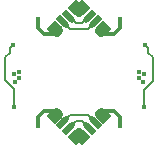
<source format=gbr>
%TF.GenerationSoftware,KiCad,Pcbnew,9.0.1*%
%TF.CreationDate,2025-07-16T17:40:13-04:00*%
%TF.ProjectId,flowstick_junction_pcb,666c6f77-7374-4696-936b-5f6a756e6374,rev?*%
%TF.SameCoordinates,Original*%
%TF.FileFunction,Copper,L1,Top*%
%TF.FilePolarity,Positive*%
%FSLAX46Y46*%
G04 Gerber Fmt 4.6, Leading zero omitted, Abs format (unit mm)*
G04 Created by KiCad (PCBNEW 9.0.1) date 2025-07-16 17:40:13*
%MOMM*%
%LPD*%
G01*
G04 APERTURE LIST*
G04 Aperture macros list*
%AMFreePoly0*
4,1,16,-0.600000,0.499999,0.100000,0.500000,0.206283,0.488573,0.339623,0.438839,0.453553,0.353553,0.538839,0.239624,0.588573,0.106282,0.600000,0.000000,0.588573,-0.106282,0.538839,-0.239624,0.453553,-0.353553,0.339623,-0.438839,0.206283,-0.488573,0.100000,-0.500000,-0.600000,-0.499999,-0.600000,0.499999,-0.600000,0.499999,$1*%
%AMFreePoly1*
4,1,12,-0.600000,0.250000,0.350000,0.250000,0.445671,0.230969,0.526777,0.176777,0.580970,0.095671,0.600000,0.000000,0.580970,-0.095671,0.526777,-0.176777,0.445671,-0.230969,0.350000,-0.250000,-0.600000,-0.250000,-0.600000,0.250000,-0.600000,0.250000,$1*%
G04 Aperture macros list end*
%TA.AperFunction,SMDPad,CuDef*%
%ADD10FreePoly0,45.000000*%
%TD*%
%TA.AperFunction,SMDPad,CuDef*%
%ADD11FreePoly1,45.000000*%
%TD*%
%TA.AperFunction,SMDPad,CuDef*%
%ADD12FreePoly0,225.000000*%
%TD*%
%TA.AperFunction,SMDPad,CuDef*%
%ADD13FreePoly1,225.000000*%
%TD*%
%TA.AperFunction,SMDPad,CuDef*%
%ADD14FreePoly0,135.000000*%
%TD*%
%TA.AperFunction,SMDPad,CuDef*%
%ADD15FreePoly1,135.000000*%
%TD*%
%TA.AperFunction,SMDPad,CuDef*%
%ADD16FreePoly0,315.000000*%
%TD*%
%TA.AperFunction,SMDPad,CuDef*%
%ADD17FreePoly1,315.000000*%
%TD*%
%TA.AperFunction,ViaPad*%
%ADD18C,0.420000*%
%TD*%
%TA.AperFunction,Conductor*%
%ADD19C,0.200000*%
%TD*%
%TA.AperFunction,Conductor*%
%ADD20C,0.110000*%
%TD*%
%TA.AperFunction,Conductor*%
%ADD21C,0.300000*%
%TD*%
G04 APERTURE END LIST*
D10*
%TO.P,J5,1,Pin_1*%
%TO.N,GND*%
X150040381Y-93391853D03*
D11*
%TO.P,J5,2,Pin_2*%
%TO.N,/LED_DAT*%
X150676776Y-94028249D03*
%TO.P,J5,3,Pin_3*%
%TO.N,/LED_CLK*%
X151171750Y-94523223D03*
D10*
%TO.P,J5,4,Pin_4*%
%TO.N,+5V*%
X151808148Y-95159619D03*
%TD*%
D12*
%TO.P,J7,1,Pin_1*%
%TO.N,GND*%
X153959619Y-86208147D03*
D13*
%TO.P,J7,2,Pin_2*%
%TO.N,/LED_DAT*%
X153323224Y-85571751D03*
%TO.P,J7,3,Pin_3*%
%TO.N,/LED_CLK*%
X152828250Y-85076777D03*
D12*
%TO.P,J7,4,Pin_4*%
%TO.N,+5V*%
X152191852Y-84440381D03*
%TD*%
D14*
%TO.P,J6,1,Pin_1*%
%TO.N,+5V*%
X152191852Y-95159619D03*
D15*
%TO.P,J6,2,Pin_2*%
%TO.N,/LED_CLK*%
X152828250Y-94523223D03*
%TO.P,J6,3,Pin_3*%
%TO.N,/LED_DAT*%
X153323224Y-94028249D03*
D14*
%TO.P,J6,4,Pin_4*%
%TO.N,GND*%
X153959619Y-93391853D03*
%TD*%
D16*
%TO.P,J8,1,Pin_1*%
%TO.N,+5V*%
X151808148Y-84440381D03*
D17*
%TO.P,J8,2,Pin_2*%
%TO.N,/LED_CLK*%
X151171750Y-85076777D03*
%TO.P,J8,3,Pin_3*%
%TO.N,/LED_DAT*%
X150676776Y-85571751D03*
D16*
%TO.P,J8,4,Pin_4*%
%TO.N,GND*%
X150040381Y-86208147D03*
%TD*%
D18*
%TO.N,+5V*%
X152000000Y-94660006D03*
X146500000Y-89950000D03*
X151700000Y-84600000D03*
X152000000Y-84250000D03*
X146600000Y-90600000D03*
X152300000Y-84600000D03*
X146900000Y-90250000D03*
X146900000Y-89750000D03*
X152300000Y-95000000D03*
X152000000Y-95350000D03*
X151700000Y-95000000D03*
X152000000Y-84939994D03*
%TO.N,/LED_CLK*%
X151200000Y-94500000D03*
X157600000Y-87500000D03*
X151149451Y-85049447D03*
X157500000Y-92700000D03*
X152850549Y-94550553D03*
X152850561Y-85049439D03*
%TO.N,/LED_DAT*%
X153260414Y-85613458D03*
X146500000Y-92700000D03*
X150729536Y-85630049D03*
X146400000Y-87500000D03*
X153270464Y-93969951D03*
X150750000Y-93950000D03*
%TO.N,GND*%
X150351355Y-93547568D03*
X148550000Y-85275076D03*
X150345570Y-86046648D03*
X157500000Y-89950000D03*
X153654430Y-93553352D03*
X157100000Y-89750000D03*
X148550000Y-94324924D03*
X155450000Y-85275076D03*
X155450000Y-94324924D03*
X153648645Y-86052432D03*
X157400000Y-90600000D03*
X157100000Y-90250000D03*
%TD*%
D19*
%TO.N,/LED_CLK*%
X157862007Y-88133993D02*
X158250000Y-88521986D01*
D20*
X152757538Y-94452512D02*
X152757538Y-94499419D01*
D19*
X151750004Y-85650000D02*
X152255026Y-85650000D01*
D20*
X151200000Y-94500000D02*
X151242462Y-94457538D01*
D19*
X158250000Y-90550000D02*
X157500000Y-91300000D01*
X152249996Y-93950000D02*
X151744974Y-93950000D01*
D20*
X151242462Y-94457538D02*
X151242462Y-94452512D01*
D19*
X152850549Y-94550553D02*
X152249996Y-93950000D01*
X157500000Y-91300000D02*
X157500000Y-92699376D01*
X151149451Y-85049447D02*
X151750004Y-85650000D01*
X158250000Y-88521986D02*
X158250000Y-90550000D01*
X157862007Y-87762007D02*
X157862007Y-88133993D01*
D20*
X151242462Y-85147488D02*
X151242462Y-85100581D01*
D19*
X152255026Y-85650000D02*
X152757538Y-85147488D01*
D20*
X152757538Y-94457542D02*
X152850549Y-94550553D01*
X151242462Y-85100581D02*
X151261207Y-85081836D01*
X152757538Y-85142462D02*
X152850561Y-85049439D01*
X151242462Y-85147488D02*
X151242462Y-85142458D01*
X152757538Y-94452512D02*
X152757538Y-94457542D01*
X151242462Y-85142458D02*
X151149451Y-85049447D01*
D19*
X151744974Y-93950000D02*
X151242462Y-94452512D01*
D20*
X152757538Y-85147488D02*
X152757538Y-85142462D01*
X152757538Y-94499419D02*
X152738793Y-94518164D01*
D19*
X157600000Y-87500000D02*
X157862007Y-87762007D01*
X157500000Y-92699376D02*
X157499688Y-92699688D01*
%TO.N,/LED_DAT*%
X145725000Y-88542162D02*
X145725000Y-90475000D01*
D20*
X153188745Y-93981933D02*
X153213140Y-93957538D01*
X153252513Y-85621359D02*
X153260414Y-85613458D01*
D19*
X146400000Y-87500000D02*
X146137993Y-87762007D01*
D20*
X150741949Y-85642462D02*
X150729536Y-85630049D01*
D19*
X153252513Y-93957538D02*
X152744975Y-93450000D01*
X146137993Y-87762007D02*
X146137993Y-88129169D01*
D20*
X150786860Y-85642462D02*
X150747487Y-85642462D01*
X150747487Y-93957538D02*
X150747487Y-93978641D01*
X153213140Y-93957538D02*
X153252513Y-93957538D01*
D19*
X146137993Y-88129169D02*
X145725000Y-88542162D01*
X145725000Y-90475000D02*
X146500000Y-91250000D01*
D20*
X150747487Y-85642462D02*
X150741949Y-85642462D01*
X153258051Y-93957538D02*
X153270464Y-93969951D01*
X150747487Y-93978641D02*
X150739586Y-93986542D01*
X153252513Y-93957538D02*
X153258051Y-93957538D01*
D19*
X152744975Y-93450000D02*
X151255025Y-93450000D01*
D20*
X153252513Y-85642462D02*
X153252513Y-85621359D01*
D19*
X146500000Y-91250000D02*
X146500000Y-92700000D01*
X150747487Y-85642462D02*
X151255025Y-86150000D01*
X151255025Y-93450000D02*
X150747487Y-93957538D01*
X152744975Y-86150000D02*
X153252513Y-85642462D01*
X151255025Y-86150000D02*
X152744975Y-86150000D01*
D20*
X150811255Y-85618067D02*
X150786860Y-85642462D01*
D21*
%TO.N,GND*%
X154950000Y-86550000D02*
X155450000Y-86050000D01*
X148550000Y-85325076D02*
X148550000Y-85275076D01*
X149050000Y-93050000D02*
X148550000Y-93550000D01*
X149839950Y-93050000D02*
X149050000Y-93050000D01*
X150111092Y-86278858D02*
X149839950Y-86550000D01*
X154160050Y-86550000D02*
X154950000Y-86550000D01*
X154950000Y-93050000D02*
X155450000Y-93550000D01*
X155450000Y-94274924D02*
X155450000Y-94324924D01*
X148550000Y-93550000D02*
X148550000Y-94324924D01*
X153888908Y-86278858D02*
X154160050Y-86550000D01*
X149050000Y-86550000D02*
X148550000Y-86050000D01*
X155450000Y-93550000D02*
X155450000Y-94274924D01*
X148550000Y-86050000D02*
X148550000Y-85325076D01*
X149839950Y-86550000D02*
X149050000Y-86550000D01*
X153888908Y-93321142D02*
X154160050Y-93050000D01*
X150111092Y-93321142D02*
X149839950Y-93050000D01*
X154160050Y-93050000D02*
X154950000Y-93050000D01*
X155450000Y-86050000D02*
X155450000Y-85275076D01*
%TD*%
M02*

</source>
